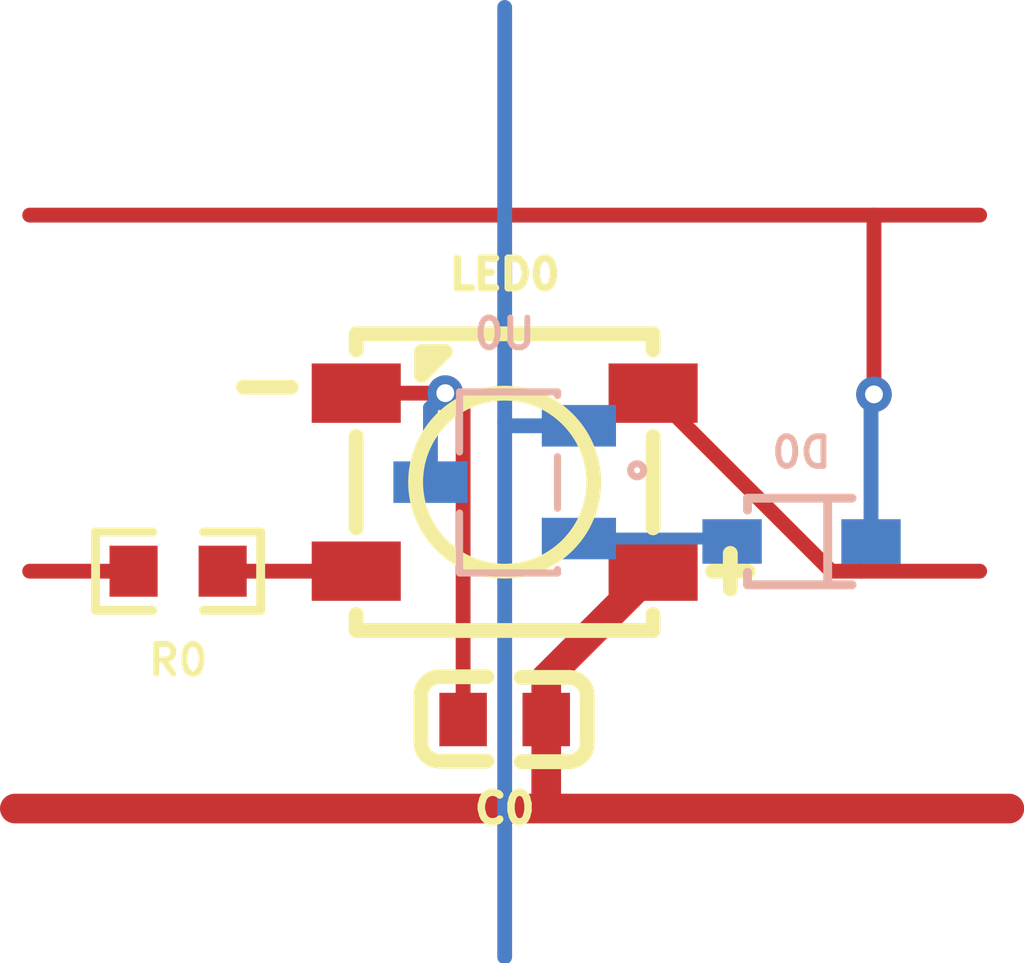
<source format=kicad_pcb>
(kicad_pcb (version 20240108) (generator "pcbnew") (generator_version "8.0")
  (layers (0 "F.Cu" signal) (31 "B.Cu" signal) (34 "B.Paste" user) (35 "F.Paste" user) (36 "B.SilkS" user "B.Silkscreen") (37 "F.SilkS" user "F.Silkscreen") (38 "B.Mask" user) (39 "F.Mask" user) (44 "Edge.Cuts" user))
  (net 0 "")
  (net 1 "GND")
  (net 2 "VDD")
  (net 3 "HALL_OUT0")
  (net 4 "HO0")
  (net 5 "DOUT")
  (net 6 "LED0-DIN")
  (net 7 "DIN")
  (net 8 "HALL_IN0")
  (footprint "easyeda2kicad:C0603" (layer "F.Cu") (at 7.5 11.5)
    (property "Reference" "C0" (at 0 1.5 0) (layer "F.SilkS") (effects (font (size 0.5 0.5) (thickness 0.125))))
    (property "Value" "C0603B104K500NT")
    (fp_line (start -1.41 -0.41) (end -1.41 0.39) (stroke (width 0.25)) (layer "F.SilkS"))
    (fp_line (start -0.3 -0.72) (end -1.1 -0.72) (stroke (width 0.25)) (layer "F.SilkS"))
    (fp_line (start -0.3 0.7) (end -1.1 0.7) (stroke (width 0.25)) (layer "F.SilkS"))
    (fp_line (start 0.28 -0.71) (end 1.08 -0.71) (stroke (width 0.25)) (layer "F.SilkS"))
    (fp_line (start 0.28 0.71) (end 1.08 0.71) (stroke (width 0.25)) (layer "F.SilkS"))
    (fp_line (start 1.39 -0.4) (end 1.39 0.4) (stroke (width 0.25)) (layer "F.SilkS"))
    (fp_arc (start -1.41 -0.41) (mid -1.319203 -0.629203) (end -1.1 -0.72) (stroke (width 0.25)) (layer "F.SilkS"))
    (fp_arc (start -1.1 0.7) (mid -1.319203 0.609203) (end -1.41 0.39) (stroke (width 0.25)) (layer "F.SilkS"))
    (fp_arc (start 1.08 -0.71) (mid 1.299203 -0.619203) (end 1.39 -0.4) (stroke (width 0.25)) (layer "F.SilkS"))
    (fp_arc (start 1.39 0.4) (mid 1.299203 0.619203) (end 1.08 0.71) (stroke (width 0.25)) (layer "F.SilkS"))
    (pad "1" smd rect (at -0.7 0) (size 0.8 0.9) (layers "F.Cu" "F.Paste" "F.Mask") (net 1 "GND"))
    (pad "2" smd rect (at 0.7 0) (size 0.8 0.9) (layers "F.Cu" "F.Paste" "F.Mask") (net 2 "VDD"))
  )
  (footprint "easyeda2kicad:R0603" (layer "F.Cu") (at 2 9 180)
    (property "Reference" "R0" (at 0 -1.5 180) (layer "F.SilkS") (effects (font (size 0.5 0.5) (thickness 0.1) (bold yes))))
    (property "Value" "RS-03K4700FT")
    (fp_line (start 1.39 0.66) (end 1.39 -0.66) (stroke (width 0.15)) (layer "F.SilkS"))
    (fp_line (start 1.39 -0.66) (end 0.43 -0.66) (stroke (width 0.15)) (layer "F.SilkS"))
    (fp_line (start 0.43 0.66) (end 1.39 0.66) (stroke (width 0.15)) (layer "F.SilkS"))
    (fp_line (start -0.43 0.66) (end -1.39 0.66) (stroke (width 0.15)) (layer "F.SilkS"))
    (fp_line (start -1.39 0.66) (end -1.39 -0.66) (stroke (width 0.15)) (layer "F.SilkS"))
    (fp_line (start -1.39 -0.66) (end -0.43 -0.66) (stroke (width 0.15)) (layer "F.SilkS"))
    (pad "1" smd rect (at -0.75 0 180) (size 0.81 0.86) (layers "F.Cu" "F.Paste" "F.Mask") (net 6 "LED0-DIN"))
    (pad "2" smd rect (at 0.75 0 180) (size 0.81 0.86) (layers "F.Cu" "F.Paste" "F.Mask") (net 7 "DIN"))
  )
  (footprint "easyeda2kicad:LED-SMD_4P-L5.0-W5.0-BL_XL-5050RGBC" (layer "F.Cu") (at 7.5 7.5 90)
    (property "Reference" "LED0" (at 3.5 0 0) (layer "F.SilkS") (effects (font (size 0.5 0.5) (thickness 0.125))))
    (property "Value" "XL-5050RGBC-WS2812B")
    (fp_line (start 1.6 -4.4) (end 1.6 -3.6) (stroke (width 0.25)) (layer "F.SilkS"))
    (fp_line (start 2.23 -2.5) (end 2.5 -2.5) (stroke (width 0.25)) (layer "F.SilkS"))
    (fp_line (start -0.77 -2.5) (end 0.77 -2.5) (stroke (width 0.25)) (layer "F.SilkS"))
    (fp_line (start -2.5 -2.5) (end -2.23 -2.5) (stroke (width 0.25)) (layer "F.SilkS"))
    (fp_line (start 2.2 -1.4) (end 2.2 -1) (stroke (width 0.25)) (layer "F.SilkS"))
    (fp_line (start 1.8 -1.4) (end 2.2 -1.4) (stroke (width 0.25)) (layer "F.SilkS"))
    (fp_line (start 2.2 -1) (end 1.8 -1.4) (stroke (width 0.25)) (layer "F.SilkS"))
    (fp_line (start 2.5 2.5) (end 2.5 -2.5) (stroke (width 0.25)) (layer "F.SilkS"))
    (fp_line (start 2.23 2.5) (end 2.5 2.5) (stroke (width 0.25)) (layer "F.SilkS"))
    (fp_line (start -0.77 2.5) (end 0.77 2.5) (stroke (width 0.25)) (layer "F.SilkS"))
    (fp_line (start -2.5 2.5) (end -2.5 -2.5) (stroke (width 0.25)) (layer "F.SilkS"))
    (fp_line (start -2.5 2.5) (end -2.23 2.5) (stroke (width 0.25)) (layer "F.SilkS"))
    (fp_line (start -1.8 3.8) (end -1.2 3.8) (stroke (width 0.25)) (layer "F.SilkS"))
    (fp_line (start -1.5 4.1) (end -1.5 3.5) (stroke (width 0.25)) (layer "F.SilkS"))
    (fp_circle (center 0 0) (end 1.5 0) (stroke (width 0.25)) (fill none) (layer "F.SilkS"))
    (pad "1" smd rect (at -1.5 2.5 180) (size 1.5 1) (layers "F.Cu" "F.Paste" "F.Mask") (net 2 "VDD"))
    (pad "2" smd rect (at 1.5 2.5 180) (size 1.5 1) (layers "F.Cu" "F.Paste" "F.Mask") (net 5 "DOUT"))
    (pad "3" smd rect (at 1.5 -2.5 180) (size 1.5 1) (layers "F.Cu" "F.Paste" "F.Mask") (net 1 "GND"))
    (pad "4" smd rect (at -1.5 -2.5 180) (size 1.5 1) (layers "F.Cu" "F.Paste" "F.Mask") (net 6 "LED0-DIN"))
  )
  (footprint "easyeda2kicad:SOD-323_L1.8-W1.3-LS2.5-RD" (layer "B.Cu") (at 12.5 8.5 180)
    (property "Reference" "D0" (at 0 1.5 180) (layer "B.SilkS") (effects (font (size 0.5 0.5) (thickness 0.1) (bold yes)) (justify mirror)))
    (property "Value" "B5819WS_C488405")
    (fp_line (start 0.91 0.73) (end -0.85 0.73) (stroke (width 0.15)) (layer "B.SilkS"))
    (fp_line (start 0.91 0.53) (end 0.91 0.73) (stroke (width 0.15)) (layer "B.SilkS"))
    (fp_line (start 0.91 -0.52) (end 0.91 -0.73) (stroke (width 0.15)) (layer "B.SilkS"))
    (fp_line (start 0.91 -0.73) (end -0.85 -0.73) (stroke (width 0.15)) (layer "B.SilkS"))
    (fp_line (start -0.44 -0.73) (end -0.44 0.73) (stroke (width 0.15)) (layer "B.SilkS"))
    (pad "1" smd rect (at -1.17 0 180) (size 1 0.75) (layers "B.Cu" "B.Paste" "B.Mask") (net 3 "HALL_OUT0"))
    (pad "2" smd rect (at 1.17 0 180) (size 1 0.75) (layers "B.Cu" "B.Paste" "B.Mask") (net 4 "HO0"))
  )
  (footprint "easyeda2kicad:SOT-23-3_L2.9-W1.6-P1.90-LS2.8-BR-CW" (layer "B.Cu") (at 7.5 7.5)
    (property "Reference" "U0" (at 0 -2.5 0) (layer "B.SilkS") (effects (font (size 0.5 0.5) (thickness 0.1) (bold yes)) (justify mirror)))
    (property "Value" "SLSS49E-3")
    (fp_line (start -0.76 -1.52) (end 0.89 -1.52) (stroke (width 0.12)) (layer "B.SilkS"))
    (fp_line (start -0.76 -0.51) (end -0.76 -1.52) (stroke (width 0.12)) (layer "B.SilkS"))
    (fp_line (start -0.76 1.53) (end -0.76 0.52) (stroke (width 0.12)) (layer "B.SilkS"))
    (fp_line (start 0.89 -1.52) (end 0.89 -1.46) (stroke (width 0.12)) (layer "B.SilkS"))
    (fp_line (start 0.89 -0.43) (end 0.89 0.44) (stroke (width 0.12)) (layer "B.SilkS"))
    (fp_line (start 0.89 1.47) (end 0.89 1.53) (stroke (width 0.12)) (layer "B.SilkS"))
    (fp_line (start 0.89 1.53) (end -0.76 1.53) (stroke (width 0.12)) (layer "B.SilkS"))
    (fp_circle (center 2.23 -0.2) (end 2.28 -0.2) (stroke (width 0.12)) (fill none) (layer "B.SilkS"))
    (pad "1" smd rect (at 1.25 -0.95 90) (size 0.7 1.25) (layers "B.Cu" "B.Paste" "B.Mask") (net 8 "HALL_IN0"))
    (pad "2" smd rect (at -1.25 0 90) (size 0.7 1.25) (layers "B.Cu" "B.Paste" "B.Mask") (net 1 "GND"))
    (pad "3" smd rect (at 1.25 0.95 90) (size 0.7 1.25) (layers "B.Cu" "B.Paste" "B.Mask") (net 4 "HO0"))
  )
  (gr_line (start -0.75 13) (end 16 13) (stroke (width 0.5)) (layer "F.Cu") (net 2))
  (segment (start 5 6) (end 6.5 6) (width 0.25) (layer "F.Cu") (net 1))
  (segment (start 6.5 6) (end 6.8 6.3) (width 0.25) (layer "F.Cu") (net 1))
  (segment (start 6.8 6.3) (end 6.8 11.5) (width 0.25) (layer "F.Cu") (net 1))
  (via (at 6.5 6) (size 0.6) (drill 0.3) (layers "F.Cu" "B.Cu") (net 1))
  (segment (start 6.25 7.5) (end 6.25 6.25) (width 0.25) (layer "B.Cu") (net 1))
  (segment (start 6.25 6.25) (end 6.5 6) (width 0.25) (layer "B.Cu") (net 1))
  (segment (start 8.2 11.5) (end 8.2 12.8) (width 0.5) (layer "F.Cu") (net 2))
  (segment (start 8.2 12.8) (end 8 13) (width 0.25) (layer "F.Cu") (net 2))
  (segment (start 8.2 10.8) (end 10 9) (width 0.5) (layer "F.Cu") (net 2))
  (segment (start 8.2 11.5) (end 8.2 10.8) (width 0.5) (layer "F.Cu") (net 2))
  (segment (start 13.71989 6.020494) (end 13.71989 3) (width 0.25) (layer "F.Cu") (net 3))
  (segment (start 15.5 3) (end -0.5 3) (width 0.25) (layer "F.Cu") (net 3))
  (via (at 13.71989 6.020494) (size 0.6) (drill 0.3) (layers "F.Cu" "B.Cu") (net 3))
  (segment (start 13.67 6.070384) (end 13.71989 6.020494) (width 0.25) (layer "B.Cu") (net 3))
  (segment (start 13.67 8.5) (end 13.67 6.070384) (width 0.25) (layer "B.Cu") (net 3))
  (segment (start 13.71989 6.020494) (end 13.67 5.970604) (width 0.25) (layer "B.Cu") (net 3))
  (segment (start 11.28 8.45) (end 11.33 8.5) (width 0.2) (layer "B.Cu") (net 4))
  (segment (start 8.75 8.45) (end 11.28 8.45) (width 0.2) (layer "B.Cu") (net 4))
  (segment (start 13.5 9) (end 15.5 9) (width 0.25) (layer "F.Cu") (net 5))
  (segment (start 13 9) (end 13.5 9) (width 0.25) (layer "F.Cu") (net 5))
  (segment (start 10 6) (end 13 9) (width 0.25) (layer "F.Cu") (net 5))
  (segment (start 5 9) (end 2.75 9) (width 0.25) (layer "F.Cu") (net 6))
  (segment (start 1.25 9) (end -0.5 9) (width 0.25) (layer "F.Cu") (net 7))
  (segment (start 7.5 15.5) (end 7.5 -0.5) (width 0.25) (layer "B.Cu") (net 8))
  (segment (start 7.55 6.55) (end 7.5 6.5) (width 0.25) (layer "B.Cu") (net 8))
  (segment (start 8.75 6.55) (end 7.55 6.55) (width 0.25) (layer "B.Cu") (net 8))
)
</source>
